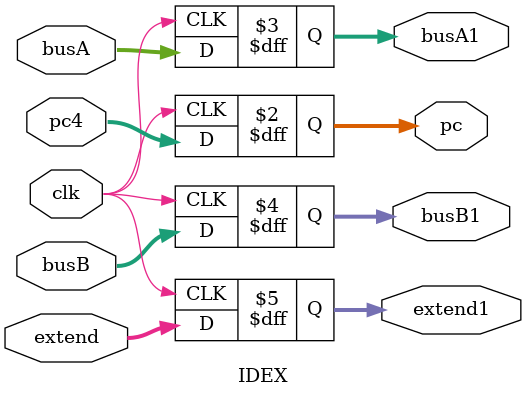
<source format=v>
`timescale 1ns / 1ps


module IDEX(
    input   clk,
    input   [31:0]pc4,
    input   [31:0]busA,
    input   [31:0]busB,
    input   [31:0]extend,
    output  reg[31:0]pc,
    output  reg[31:0]busA1,
    output  reg[31:0]busB1,
    output  reg[31:0]extend1
    );

    always@(posedge clk)
    begin
        pc <= pc4;
        busA1 <= busA;
        busB1 <= busB;
        extend1 <= extend;
    end
endmodule

</source>
